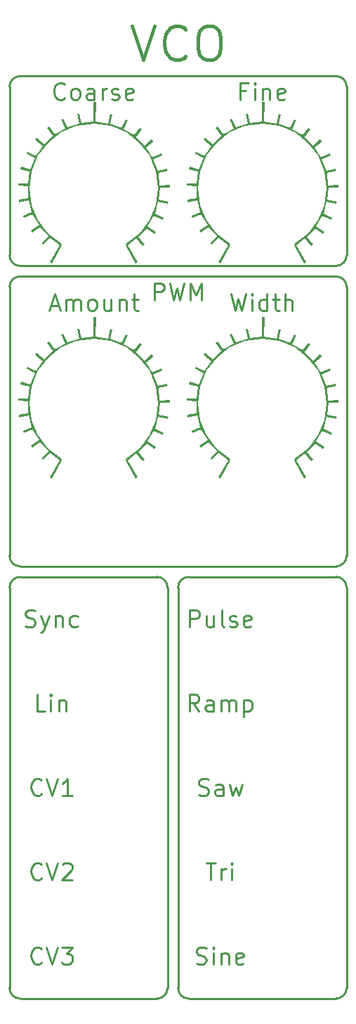
<source format=gbr>
G04 #@! TF.GenerationSoftware,KiCad,Pcbnew,(5.1.4-0-10_14)*
G04 #@! TF.CreationDate,2019-10-08T20:59:21-07:00*
G04 #@! TF.ProjectId,VCO_Front_Panel,56434f5f-4672-46f6-9e74-5f50616e656c,rev?*
G04 #@! TF.SameCoordinates,Original*
G04 #@! TF.FileFunction,Legend,Top*
G04 #@! TF.FilePolarity,Positive*
%FSLAX46Y46*%
G04 Gerber Fmt 4.6, Leading zero omitted, Abs format (unit mm)*
G04 Created by KiCad (PCBNEW (5.1.4-0-10_14)) date 2019-10-08 20:59:21*
%MOMM*%
%LPD*%
G04 APERTURE LIST*
%ADD10C,0.254000*%
%ADD11C,0.406400*%
%ADD12C,0.100000*%
G04 APERTURE END LIST*
D10*
X91415809Y-134807476D02*
X91706095Y-134904238D01*
X92189904Y-134904238D01*
X92383428Y-134807476D01*
X92480190Y-134710714D01*
X92576952Y-134517190D01*
X92576952Y-134323666D01*
X92480190Y-134130142D01*
X92383428Y-134033380D01*
X92189904Y-133936619D01*
X91802857Y-133839857D01*
X91609333Y-133743095D01*
X91512571Y-133646333D01*
X91415809Y-133452809D01*
X91415809Y-133259285D01*
X91512571Y-133065761D01*
X91609333Y-132969000D01*
X91802857Y-132872238D01*
X92286666Y-132872238D01*
X92576952Y-132969000D01*
X94318666Y-134904238D02*
X94318666Y-133839857D01*
X94221904Y-133646333D01*
X94028380Y-133549571D01*
X93641333Y-133549571D01*
X93447809Y-133646333D01*
X94318666Y-134807476D02*
X94125142Y-134904238D01*
X93641333Y-134904238D01*
X93447809Y-134807476D01*
X93351047Y-134613952D01*
X93351047Y-134420428D01*
X93447809Y-134226904D01*
X93641333Y-134130142D01*
X94125142Y-134130142D01*
X94318666Y-134033380D01*
X95092761Y-133549571D02*
X95479809Y-134904238D01*
X95866857Y-133936619D01*
X96253904Y-134904238D01*
X96640952Y-133549571D01*
X72450476Y-155030714D02*
X72353714Y-155127476D01*
X72063428Y-155224238D01*
X71869904Y-155224238D01*
X71579619Y-155127476D01*
X71386095Y-154933952D01*
X71289333Y-154740428D01*
X71192571Y-154353380D01*
X71192571Y-154063095D01*
X71289333Y-153676047D01*
X71386095Y-153482523D01*
X71579619Y-153289000D01*
X71869904Y-153192238D01*
X72063428Y-153192238D01*
X72353714Y-153289000D01*
X72450476Y-153385761D01*
X73031047Y-153192238D02*
X73708380Y-155224238D01*
X74385714Y-153192238D01*
X74869523Y-153192238D02*
X76127428Y-153192238D01*
X75450095Y-153966333D01*
X75740380Y-153966333D01*
X75933904Y-154063095D01*
X76030666Y-154159857D01*
X76127428Y-154353380D01*
X76127428Y-154837190D01*
X76030666Y-155030714D01*
X75933904Y-155127476D01*
X75740380Y-155224238D01*
X75159809Y-155224238D01*
X74966285Y-155127476D01*
X74869523Y-155030714D01*
X72450476Y-144870714D02*
X72353714Y-144967476D01*
X72063428Y-145064238D01*
X71869904Y-145064238D01*
X71579619Y-144967476D01*
X71386095Y-144773952D01*
X71289333Y-144580428D01*
X71192571Y-144193380D01*
X71192571Y-143903095D01*
X71289333Y-143516047D01*
X71386095Y-143322523D01*
X71579619Y-143129000D01*
X71869904Y-143032238D01*
X72063428Y-143032238D01*
X72353714Y-143129000D01*
X72450476Y-143225761D01*
X73031047Y-143032238D02*
X73708380Y-145064238D01*
X74385714Y-143032238D01*
X74966285Y-143225761D02*
X75063047Y-143129000D01*
X75256571Y-143032238D01*
X75740380Y-143032238D01*
X75933904Y-143129000D01*
X76030666Y-143225761D01*
X76127428Y-143419285D01*
X76127428Y-143612809D01*
X76030666Y-143903095D01*
X74869523Y-145064238D01*
X76127428Y-145064238D01*
X72450476Y-134710714D02*
X72353714Y-134807476D01*
X72063428Y-134904238D01*
X71869904Y-134904238D01*
X71579619Y-134807476D01*
X71386095Y-134613952D01*
X71289333Y-134420428D01*
X71192571Y-134033380D01*
X71192571Y-133743095D01*
X71289333Y-133356047D01*
X71386095Y-133162523D01*
X71579619Y-132969000D01*
X71869904Y-132872238D01*
X72063428Y-132872238D01*
X72353714Y-132969000D01*
X72450476Y-133065761D01*
X73031047Y-132872238D02*
X73708380Y-134904238D01*
X74385714Y-132872238D01*
X76127428Y-134904238D02*
X74966285Y-134904238D01*
X75546857Y-134904238D02*
X75546857Y-132872238D01*
X75353333Y-133162523D01*
X75159809Y-133356047D01*
X74966285Y-133452809D01*
X68580000Y-69850000D02*
X68580000Y-49530000D01*
X107950000Y-71120000D02*
X69850000Y-71120000D01*
X109220000Y-49530000D02*
X109220000Y-69850000D01*
X69850000Y-48260000D02*
X107950000Y-48260000D01*
X87630000Y-158115000D02*
X87630000Y-109855000D01*
X69850000Y-159385000D02*
X86360000Y-159385000D01*
X68580000Y-109855000D02*
X68580000Y-158115000D01*
X69850000Y-108585000D02*
X86360000Y-108585000D01*
X68580000Y-73660000D02*
X68580000Y-106045000D01*
X69850000Y-72390000D02*
X107950000Y-72390000D01*
X107950000Y-48260000D02*
G75*
G02X109220000Y-49530000I0J-1270000D01*
G01*
X69850000Y-71120000D02*
G75*
G02X68580000Y-69850000I0J1270000D01*
G01*
X68580000Y-49530000D02*
G75*
G02X69850000Y-48260000I1270000J0D01*
G01*
X109220000Y-69850000D02*
G75*
G02X107950000Y-71120000I-1270000J0D01*
G01*
X87630000Y-158115000D02*
G75*
G02X86360000Y-159385000I-1270000J0D01*
G01*
X107950000Y-72390000D02*
G75*
G02X109220000Y-73660000I0J-1270000D01*
G01*
X68580000Y-73660000D02*
G75*
G02X69850000Y-72390000I1270000J0D01*
G01*
X95286285Y-74452238D02*
X95770095Y-76484238D01*
X96157142Y-75032809D01*
X96544190Y-76484238D01*
X97028000Y-74452238D01*
X97802095Y-76484238D02*
X97802095Y-75129571D01*
X97802095Y-74452238D02*
X97705333Y-74549000D01*
X97802095Y-74645761D01*
X97898857Y-74549000D01*
X97802095Y-74452238D01*
X97802095Y-74645761D01*
X99640571Y-76484238D02*
X99640571Y-74452238D01*
X99640571Y-76387476D02*
X99447047Y-76484238D01*
X99060000Y-76484238D01*
X98866476Y-76387476D01*
X98769714Y-76290714D01*
X98672952Y-76097190D01*
X98672952Y-75516619D01*
X98769714Y-75323095D01*
X98866476Y-75226333D01*
X99060000Y-75129571D01*
X99447047Y-75129571D01*
X99640571Y-75226333D01*
X100317904Y-75129571D02*
X101092000Y-75129571D01*
X100608190Y-74452238D02*
X100608190Y-76193952D01*
X100704952Y-76387476D01*
X100898476Y-76484238D01*
X101092000Y-76484238D01*
X101769333Y-76484238D02*
X101769333Y-74452238D01*
X102640190Y-76484238D02*
X102640190Y-75419857D01*
X102543428Y-75226333D01*
X102349904Y-75129571D01*
X102059619Y-75129571D01*
X101866095Y-75226333D01*
X101769333Y-75323095D01*
X97076380Y-50019857D02*
X96399047Y-50019857D01*
X96399047Y-51084238D02*
X96399047Y-49052238D01*
X97366666Y-49052238D01*
X98140761Y-51084238D02*
X98140761Y-49729571D01*
X98140761Y-49052238D02*
X98044000Y-49149000D01*
X98140761Y-49245761D01*
X98237523Y-49149000D01*
X98140761Y-49052238D01*
X98140761Y-49245761D01*
X99108380Y-49729571D02*
X99108380Y-51084238D01*
X99108380Y-49923095D02*
X99205142Y-49826333D01*
X99398666Y-49729571D01*
X99688952Y-49729571D01*
X99882476Y-49826333D01*
X99979238Y-50019857D01*
X99979238Y-51084238D01*
X101720952Y-50987476D02*
X101527428Y-51084238D01*
X101140380Y-51084238D01*
X100946857Y-50987476D01*
X100850095Y-50793952D01*
X100850095Y-50019857D01*
X100946857Y-49826333D01*
X101140380Y-49729571D01*
X101527428Y-49729571D01*
X101720952Y-49826333D01*
X101817714Y-50019857D01*
X101817714Y-50213380D01*
X100850095Y-50406904D01*
X75208190Y-50890714D02*
X75111428Y-50987476D01*
X74821142Y-51084238D01*
X74627619Y-51084238D01*
X74337333Y-50987476D01*
X74143809Y-50793952D01*
X74047047Y-50600428D01*
X73950285Y-50213380D01*
X73950285Y-49923095D01*
X74047047Y-49536047D01*
X74143809Y-49342523D01*
X74337333Y-49149000D01*
X74627619Y-49052238D01*
X74821142Y-49052238D01*
X75111428Y-49149000D01*
X75208190Y-49245761D01*
X76369333Y-51084238D02*
X76175809Y-50987476D01*
X76079047Y-50890714D01*
X75982285Y-50697190D01*
X75982285Y-50116619D01*
X76079047Y-49923095D01*
X76175809Y-49826333D01*
X76369333Y-49729571D01*
X76659619Y-49729571D01*
X76853142Y-49826333D01*
X76949904Y-49923095D01*
X77046666Y-50116619D01*
X77046666Y-50697190D01*
X76949904Y-50890714D01*
X76853142Y-50987476D01*
X76659619Y-51084238D01*
X76369333Y-51084238D01*
X78788380Y-51084238D02*
X78788380Y-50019857D01*
X78691619Y-49826333D01*
X78498095Y-49729571D01*
X78111047Y-49729571D01*
X77917523Y-49826333D01*
X78788380Y-50987476D02*
X78594857Y-51084238D01*
X78111047Y-51084238D01*
X77917523Y-50987476D01*
X77820761Y-50793952D01*
X77820761Y-50600428D01*
X77917523Y-50406904D01*
X78111047Y-50310142D01*
X78594857Y-50310142D01*
X78788380Y-50213380D01*
X79756000Y-51084238D02*
X79756000Y-49729571D01*
X79756000Y-50116619D02*
X79852761Y-49923095D01*
X79949523Y-49826333D01*
X80143047Y-49729571D01*
X80336571Y-49729571D01*
X80917142Y-50987476D02*
X81110666Y-51084238D01*
X81497714Y-51084238D01*
X81691238Y-50987476D01*
X81788000Y-50793952D01*
X81788000Y-50697190D01*
X81691238Y-50503666D01*
X81497714Y-50406904D01*
X81207428Y-50406904D01*
X81013904Y-50310142D01*
X80917142Y-50116619D01*
X80917142Y-50019857D01*
X81013904Y-49826333D01*
X81207428Y-49729571D01*
X81497714Y-49729571D01*
X81691238Y-49826333D01*
X83432952Y-50987476D02*
X83239428Y-51084238D01*
X82852380Y-51084238D01*
X82658857Y-50987476D01*
X82562095Y-50793952D01*
X82562095Y-50019857D01*
X82658857Y-49826333D01*
X82852380Y-49729571D01*
X83239428Y-49729571D01*
X83432952Y-49826333D01*
X83529714Y-50019857D01*
X83529714Y-50213380D01*
X82562095Y-50406904D01*
D11*
X83384571Y-42224476D02*
X84739238Y-46288476D01*
X86093904Y-42224476D01*
X89770857Y-45901428D02*
X89577333Y-46094952D01*
X88996761Y-46288476D01*
X88609714Y-46288476D01*
X88029142Y-46094952D01*
X87642095Y-45707904D01*
X87448571Y-45320857D01*
X87255047Y-44546761D01*
X87255047Y-43966190D01*
X87448571Y-43192095D01*
X87642095Y-42805047D01*
X88029142Y-42418000D01*
X88609714Y-42224476D01*
X88996761Y-42224476D01*
X89577333Y-42418000D01*
X89770857Y-42611523D01*
X92286666Y-42224476D02*
X93060761Y-42224476D01*
X93447809Y-42418000D01*
X93834857Y-42805047D01*
X94028380Y-43579142D01*
X94028380Y-44933809D01*
X93834857Y-45707904D01*
X93447809Y-46094952D01*
X93060761Y-46288476D01*
X92286666Y-46288476D01*
X91899619Y-46094952D01*
X91512571Y-45707904D01*
X91319047Y-44933809D01*
X91319047Y-43579142D01*
X91512571Y-42805047D01*
X91899619Y-42418000D01*
X92286666Y-42224476D01*
D10*
X86045523Y-75214238D02*
X86045523Y-73182238D01*
X86819619Y-73182238D01*
X87013142Y-73279000D01*
X87109904Y-73375761D01*
X87206666Y-73569285D01*
X87206666Y-73859571D01*
X87109904Y-74053095D01*
X87013142Y-74149857D01*
X86819619Y-74246619D01*
X86045523Y-74246619D01*
X87884000Y-73182238D02*
X88367809Y-75214238D01*
X88754857Y-73762809D01*
X89141904Y-75214238D01*
X89625714Y-73182238D01*
X90399809Y-75214238D02*
X90399809Y-73182238D01*
X91077142Y-74633666D01*
X91754476Y-73182238D01*
X91754476Y-75214238D01*
X73563238Y-75903666D02*
X74530857Y-75903666D01*
X73369714Y-76484238D02*
X74047047Y-74452238D01*
X74724380Y-76484238D01*
X75401714Y-76484238D02*
X75401714Y-75129571D01*
X75401714Y-75323095D02*
X75498476Y-75226333D01*
X75692000Y-75129571D01*
X75982285Y-75129571D01*
X76175809Y-75226333D01*
X76272571Y-75419857D01*
X76272571Y-76484238D01*
X76272571Y-75419857D02*
X76369333Y-75226333D01*
X76562857Y-75129571D01*
X76853142Y-75129571D01*
X77046666Y-75226333D01*
X77143428Y-75419857D01*
X77143428Y-76484238D01*
X78401333Y-76484238D02*
X78207809Y-76387476D01*
X78111047Y-76290714D01*
X78014285Y-76097190D01*
X78014285Y-75516619D01*
X78111047Y-75323095D01*
X78207809Y-75226333D01*
X78401333Y-75129571D01*
X78691619Y-75129571D01*
X78885142Y-75226333D01*
X78981904Y-75323095D01*
X79078666Y-75516619D01*
X79078666Y-76097190D01*
X78981904Y-76290714D01*
X78885142Y-76387476D01*
X78691619Y-76484238D01*
X78401333Y-76484238D01*
X80820380Y-75129571D02*
X80820380Y-76484238D01*
X79949523Y-75129571D02*
X79949523Y-76193952D01*
X80046285Y-76387476D01*
X80239809Y-76484238D01*
X80530095Y-76484238D01*
X80723619Y-76387476D01*
X80820380Y-76290714D01*
X81788000Y-75129571D02*
X81788000Y-76484238D01*
X81788000Y-75323095D02*
X81884761Y-75226333D01*
X82078285Y-75129571D01*
X82368571Y-75129571D01*
X82562095Y-75226333D01*
X82658857Y-75419857D01*
X82658857Y-76484238D01*
X83336190Y-75129571D02*
X84110285Y-75129571D01*
X83626476Y-74452238D02*
X83626476Y-76193952D01*
X83723238Y-76387476D01*
X83916761Y-76484238D01*
X84110285Y-76484238D01*
X88900000Y-109855000D02*
G75*
G02X90170000Y-108585000I1270000J0D01*
G01*
X107950000Y-108585000D02*
G75*
G02X109220000Y-109855000I0J-1270000D01*
G01*
X107950000Y-108585000D02*
X90170000Y-108585000D01*
X91125523Y-155127476D02*
X91415809Y-155224238D01*
X91899619Y-155224238D01*
X92093142Y-155127476D01*
X92189904Y-155030714D01*
X92286666Y-154837190D01*
X92286666Y-154643666D01*
X92189904Y-154450142D01*
X92093142Y-154353380D01*
X91899619Y-154256619D01*
X91512571Y-154159857D01*
X91319047Y-154063095D01*
X91222285Y-153966333D01*
X91125523Y-153772809D01*
X91125523Y-153579285D01*
X91222285Y-153385761D01*
X91319047Y-153289000D01*
X91512571Y-153192238D01*
X91996380Y-153192238D01*
X92286666Y-153289000D01*
X93157523Y-155224238D02*
X93157523Y-153869571D01*
X93157523Y-153192238D02*
X93060761Y-153289000D01*
X93157523Y-153385761D01*
X93254285Y-153289000D01*
X93157523Y-153192238D01*
X93157523Y-153385761D01*
X94125142Y-153869571D02*
X94125142Y-155224238D01*
X94125142Y-154063095D02*
X94221904Y-153966333D01*
X94415428Y-153869571D01*
X94705714Y-153869571D01*
X94899238Y-153966333D01*
X94996000Y-154159857D01*
X94996000Y-155224238D01*
X96737714Y-155127476D02*
X96544190Y-155224238D01*
X96157142Y-155224238D01*
X95963619Y-155127476D01*
X95866857Y-154933952D01*
X95866857Y-154159857D01*
X95963619Y-153966333D01*
X96157142Y-153869571D01*
X96544190Y-153869571D01*
X96737714Y-153966333D01*
X96834476Y-154159857D01*
X96834476Y-154353380D01*
X95866857Y-154546904D01*
X92286666Y-143032238D02*
X93447809Y-143032238D01*
X92867238Y-145064238D02*
X92867238Y-143032238D01*
X94125142Y-145064238D02*
X94125142Y-143709571D01*
X94125142Y-144096619D02*
X94221904Y-143903095D01*
X94318666Y-143806333D01*
X94512190Y-143709571D01*
X94705714Y-143709571D01*
X95383047Y-145064238D02*
X95383047Y-143709571D01*
X95383047Y-143032238D02*
X95286285Y-143129000D01*
X95383047Y-143225761D01*
X95479809Y-143129000D01*
X95383047Y-143032238D01*
X95383047Y-143225761D01*
X91415809Y-124744238D02*
X90738476Y-123776619D01*
X90254666Y-124744238D02*
X90254666Y-122712238D01*
X91028761Y-122712238D01*
X91222285Y-122809000D01*
X91319047Y-122905761D01*
X91415809Y-123099285D01*
X91415809Y-123389571D01*
X91319047Y-123583095D01*
X91222285Y-123679857D01*
X91028761Y-123776619D01*
X90254666Y-123776619D01*
X93157523Y-124744238D02*
X93157523Y-123679857D01*
X93060761Y-123486333D01*
X92867238Y-123389571D01*
X92480190Y-123389571D01*
X92286666Y-123486333D01*
X93157523Y-124647476D02*
X92964000Y-124744238D01*
X92480190Y-124744238D01*
X92286666Y-124647476D01*
X92189904Y-124453952D01*
X92189904Y-124260428D01*
X92286666Y-124066904D01*
X92480190Y-123970142D01*
X92964000Y-123970142D01*
X93157523Y-123873380D01*
X94125142Y-124744238D02*
X94125142Y-123389571D01*
X94125142Y-123583095D02*
X94221904Y-123486333D01*
X94415428Y-123389571D01*
X94705714Y-123389571D01*
X94899238Y-123486333D01*
X94996000Y-123679857D01*
X94996000Y-124744238D01*
X94996000Y-123679857D02*
X95092761Y-123486333D01*
X95286285Y-123389571D01*
X95576571Y-123389571D01*
X95770095Y-123486333D01*
X95866857Y-123679857D01*
X95866857Y-124744238D01*
X96834476Y-123389571D02*
X96834476Y-125421571D01*
X96834476Y-123486333D02*
X97028000Y-123389571D01*
X97415047Y-123389571D01*
X97608571Y-123486333D01*
X97705333Y-123583095D01*
X97802095Y-123776619D01*
X97802095Y-124357190D01*
X97705333Y-124550714D01*
X97608571Y-124647476D01*
X97415047Y-124744238D01*
X97028000Y-124744238D01*
X96834476Y-124647476D01*
X90303047Y-114584238D02*
X90303047Y-112552238D01*
X91077142Y-112552238D01*
X91270666Y-112649000D01*
X91367428Y-112745761D01*
X91464190Y-112939285D01*
X91464190Y-113229571D01*
X91367428Y-113423095D01*
X91270666Y-113519857D01*
X91077142Y-113616619D01*
X90303047Y-113616619D01*
X93205904Y-113229571D02*
X93205904Y-114584238D01*
X92335047Y-113229571D02*
X92335047Y-114293952D01*
X92431809Y-114487476D01*
X92625333Y-114584238D01*
X92915619Y-114584238D01*
X93109142Y-114487476D01*
X93205904Y-114390714D01*
X94463809Y-114584238D02*
X94270285Y-114487476D01*
X94173523Y-114293952D01*
X94173523Y-112552238D01*
X95141142Y-114487476D02*
X95334666Y-114584238D01*
X95721714Y-114584238D01*
X95915238Y-114487476D01*
X96012000Y-114293952D01*
X96012000Y-114197190D01*
X95915238Y-114003666D01*
X95721714Y-113906904D01*
X95431428Y-113906904D01*
X95237904Y-113810142D01*
X95141142Y-113616619D01*
X95141142Y-113519857D01*
X95237904Y-113326333D01*
X95431428Y-113229571D01*
X95721714Y-113229571D01*
X95915238Y-113326333D01*
X97656952Y-114487476D02*
X97463428Y-114584238D01*
X97076380Y-114584238D01*
X96882857Y-114487476D01*
X96786095Y-114293952D01*
X96786095Y-113519857D01*
X96882857Y-113326333D01*
X97076380Y-113229571D01*
X97463428Y-113229571D01*
X97656952Y-113326333D01*
X97753714Y-113519857D01*
X97753714Y-113713380D01*
X96786095Y-113906904D01*
X109220000Y-158115000D02*
G75*
G02X107950000Y-159385000I-1270000J0D01*
G01*
X88900000Y-158115000D02*
X88900000Y-109855000D01*
X90170000Y-159385000D02*
X107950000Y-159385000D01*
X109220000Y-109855000D02*
X109220000Y-158115000D01*
X90170000Y-159385000D02*
G75*
G02X88900000Y-158115000I0J1270000D01*
G01*
X86360000Y-108585000D02*
G75*
G02X87630000Y-109855000I0J-1270000D01*
G01*
X69850000Y-159385000D02*
G75*
G02X68580000Y-158115000I0J1270000D01*
G01*
X68580000Y-109855000D02*
G75*
G02X69850000Y-108585000I1270000J0D01*
G01*
X69850000Y-107315000D02*
G75*
G02X68580000Y-106045000I0J1270000D01*
G01*
X69850000Y-107315000D02*
X107950000Y-107315000D01*
X109220000Y-106045000D02*
G75*
G02X107950000Y-107315000I-1270000J0D01*
G01*
X109220000Y-106045000D02*
X109220000Y-73660000D01*
X72885904Y-124744238D02*
X71918285Y-124744238D01*
X71918285Y-122712238D01*
X73563238Y-124744238D02*
X73563238Y-123389571D01*
X73563238Y-122712238D02*
X73466476Y-122809000D01*
X73563238Y-122905761D01*
X73660000Y-122809000D01*
X73563238Y-122712238D01*
X73563238Y-122905761D01*
X74530857Y-123389571D02*
X74530857Y-124744238D01*
X74530857Y-123583095D02*
X74627619Y-123486333D01*
X74821142Y-123389571D01*
X75111428Y-123389571D01*
X75304952Y-123486333D01*
X75401714Y-123679857D01*
X75401714Y-124744238D01*
X70515238Y-114487476D02*
X70805523Y-114584238D01*
X71289333Y-114584238D01*
X71482857Y-114487476D01*
X71579619Y-114390714D01*
X71676380Y-114197190D01*
X71676380Y-114003666D01*
X71579619Y-113810142D01*
X71482857Y-113713380D01*
X71289333Y-113616619D01*
X70902285Y-113519857D01*
X70708761Y-113423095D01*
X70612000Y-113326333D01*
X70515238Y-113132809D01*
X70515238Y-112939285D01*
X70612000Y-112745761D01*
X70708761Y-112649000D01*
X70902285Y-112552238D01*
X71386095Y-112552238D01*
X71676380Y-112649000D01*
X72353714Y-113229571D02*
X72837523Y-114584238D01*
X73321333Y-113229571D02*
X72837523Y-114584238D01*
X72644000Y-115068047D01*
X72547238Y-115164809D01*
X72353714Y-115261571D01*
X74095428Y-113229571D02*
X74095428Y-114584238D01*
X74095428Y-113423095D02*
X74192190Y-113326333D01*
X74385714Y-113229571D01*
X74676000Y-113229571D01*
X74869523Y-113326333D01*
X74966285Y-113519857D01*
X74966285Y-114584238D01*
X76804761Y-114487476D02*
X76611238Y-114584238D01*
X76224190Y-114584238D01*
X76030666Y-114487476D01*
X75933904Y-114390714D01*
X75837142Y-114197190D01*
X75837142Y-113616619D01*
X75933904Y-113423095D01*
X76030666Y-113326333D01*
X76224190Y-113229571D01*
X76611238Y-113229571D01*
X76804761Y-113326333D01*
D12*
G36*
X78726700Y-77266573D02*
G01*
X78700080Y-79613396D01*
X77246017Y-79855338D01*
X76996822Y-78672249D01*
X76723430Y-78730309D01*
X76967790Y-79901303D01*
X75569374Y-80339216D01*
X75085491Y-79267417D01*
X74829034Y-79381133D01*
X75325012Y-80472286D01*
X74028211Y-81166656D01*
X73348356Y-80261798D01*
X73123354Y-80428736D01*
X73793528Y-81316658D01*
X72782215Y-82390876D01*
X71867681Y-81609408D01*
X71686224Y-81822315D01*
X72591082Y-82594105D01*
X71766065Y-83803809D01*
X70718461Y-83249765D01*
X70587814Y-83496544D01*
X71649935Y-84060266D01*
X71040243Y-85398198D01*
X69951510Y-85098192D01*
X69876510Y-85369165D01*
X70950728Y-85661913D01*
X70810402Y-87128075D01*
X69605538Y-87070015D01*
X69591028Y-87350665D01*
X70783796Y-87408725D01*
X70858796Y-88870048D01*
X69695061Y-89070858D01*
X69743451Y-89346670D01*
X70924120Y-89143441D01*
X71260418Y-90575730D01*
X70220074Y-91001545D01*
X70326531Y-91260421D01*
X71359619Y-90837024D01*
X72133829Y-92087858D01*
X71151549Y-92774967D01*
X71311229Y-93004797D01*
X72281412Y-92327377D01*
X73251592Y-93425777D01*
X72445932Y-94301607D01*
X72651581Y-94490317D01*
X73466920Y-93602407D01*
X74601624Y-94536277D01*
X73420952Y-96583097D01*
X73665312Y-96723427D01*
X74904049Y-94577417D01*
X74783074Y-94507217D01*
X74850834Y-94386247D01*
X73217046Y-93127915D01*
X71998356Y-91528098D01*
X71234616Y-89683317D01*
X70965679Y-87690094D01*
X71231397Y-85644952D01*
X72023831Y-83740935D01*
X73253304Y-82149190D01*
X74837060Y-80933393D01*
X76692343Y-80157219D01*
X78736395Y-79884344D01*
X80780701Y-80157219D01*
X82636583Y-80933393D01*
X84221056Y-82149190D01*
X85451129Y-83740935D01*
X86243816Y-85644952D01*
X86509536Y-87690094D01*
X86240601Y-89683317D01*
X85476861Y-91528100D01*
X84258171Y-93127920D01*
X82624383Y-94386257D01*
X82692143Y-94507227D01*
X82571168Y-94577427D01*
X83809904Y-96723427D01*
X84051844Y-96583107D01*
X82871174Y-94538717D01*
X83853454Y-93728217D01*
X84649437Y-94640337D01*
X84859927Y-94456447D01*
X84071199Y-93551587D01*
X85087351Y-92499158D01*
X86028501Y-93188687D01*
X86193021Y-92963687D01*
X85234934Y-92257223D01*
X86006726Y-91011228D01*
X87056753Y-91470916D01*
X87168051Y-91214459D01*
X86156726Y-90769289D01*
X86505119Y-89336999D01*
X87685792Y-89569262D01*
X87741392Y-89295870D01*
X86570402Y-89066026D01*
X86710728Y-87604704D01*
X87888972Y-87578084D01*
X87880972Y-87299854D01*
X86683367Y-87328894D01*
X86543510Y-85865152D01*
X87651602Y-85589339D01*
X87583902Y-85318367D01*
X86514518Y-85582082D01*
X86514518Y-85572382D01*
X85907246Y-84239288D01*
X86988506Y-83702185D01*
X86865116Y-83450567D01*
X85790899Y-83985254D01*
X85021590Y-82741651D01*
X85931287Y-82001314D01*
X85754670Y-81783566D01*
X84830457Y-82536001D01*
X83821922Y-81466652D01*
X84530808Y-80571473D01*
X84310642Y-80399695D01*
X83625948Y-81263422D01*
X82326728Y-80566633D01*
X82851739Y-79482741D01*
X82600120Y-79359350D01*
X82079950Y-80431147D01*
X80703305Y-79935169D01*
X80974279Y-78783531D01*
X80703305Y-78718201D01*
X80427494Y-79889195D01*
X78978279Y-79647248D01*
X79007319Y-77271391D01*
X78726700Y-77266573D01*
X78726700Y-77266573D01*
G37*
G36*
X99046700Y-77266573D02*
G01*
X99020080Y-79613396D01*
X97566017Y-79855338D01*
X97316822Y-78672249D01*
X97043430Y-78730309D01*
X97287790Y-79901303D01*
X95889374Y-80339216D01*
X95405491Y-79267417D01*
X95149034Y-79381133D01*
X95645012Y-80472286D01*
X94348211Y-81166656D01*
X93668356Y-80261798D01*
X93443354Y-80428736D01*
X94113528Y-81316658D01*
X93102215Y-82390876D01*
X92187681Y-81609408D01*
X92006224Y-81822315D01*
X92911082Y-82594105D01*
X92086065Y-83803809D01*
X91038461Y-83249765D01*
X90907814Y-83496544D01*
X91969935Y-84060266D01*
X91360243Y-85398198D01*
X90271510Y-85098192D01*
X90196510Y-85369165D01*
X91270728Y-85661913D01*
X91130402Y-87128075D01*
X89925538Y-87070015D01*
X89911028Y-87350665D01*
X91103796Y-87408725D01*
X91178796Y-88870048D01*
X90015061Y-89070858D01*
X90063451Y-89346670D01*
X91244120Y-89143441D01*
X91580418Y-90575730D01*
X90540074Y-91001545D01*
X90646531Y-91260421D01*
X91679619Y-90837024D01*
X92453829Y-92087858D01*
X91471549Y-92774967D01*
X91631229Y-93004797D01*
X92601412Y-92327377D01*
X93571592Y-93425777D01*
X92765932Y-94301607D01*
X92971581Y-94490317D01*
X93786920Y-93602407D01*
X94921624Y-94536277D01*
X93740952Y-96583097D01*
X93985312Y-96723427D01*
X95224049Y-94577417D01*
X95103074Y-94507217D01*
X95170834Y-94386247D01*
X93537046Y-93127915D01*
X92318356Y-91528098D01*
X91554616Y-89683317D01*
X91285679Y-87690094D01*
X91551397Y-85644952D01*
X92343831Y-83740935D01*
X93573304Y-82149190D01*
X95157060Y-80933393D01*
X97012343Y-80157219D01*
X99056395Y-79884344D01*
X101100701Y-80157219D01*
X102956583Y-80933393D01*
X104541056Y-82149190D01*
X105771129Y-83740935D01*
X106563816Y-85644952D01*
X106829536Y-87690094D01*
X106560601Y-89683317D01*
X105796861Y-91528100D01*
X104578171Y-93127920D01*
X102944383Y-94386257D01*
X103012143Y-94507227D01*
X102891168Y-94577427D01*
X104129904Y-96723427D01*
X104371844Y-96583107D01*
X103191174Y-94538717D01*
X104173454Y-93728217D01*
X104969437Y-94640337D01*
X105179927Y-94456447D01*
X104391199Y-93551587D01*
X105407351Y-92499158D01*
X106348501Y-93188687D01*
X106513021Y-92963687D01*
X105554934Y-92257223D01*
X106326726Y-91011228D01*
X107376753Y-91470916D01*
X107488051Y-91214459D01*
X106476726Y-90769289D01*
X106825119Y-89336999D01*
X108005792Y-89569262D01*
X108061392Y-89295870D01*
X106890402Y-89066026D01*
X107030728Y-87604704D01*
X108208972Y-87578084D01*
X108200972Y-87299854D01*
X107003367Y-87328894D01*
X106863510Y-85865152D01*
X107971602Y-85589339D01*
X107903902Y-85318367D01*
X106834518Y-85582082D01*
X106834518Y-85572382D01*
X106227246Y-84239288D01*
X107308506Y-83702185D01*
X107185116Y-83450567D01*
X106110899Y-83985254D01*
X105341590Y-82741651D01*
X106251287Y-82001314D01*
X106074670Y-81783566D01*
X105150457Y-82536001D01*
X104141922Y-81466652D01*
X104850808Y-80571473D01*
X104630642Y-80399695D01*
X103945948Y-81263422D01*
X102646728Y-80566633D01*
X103171739Y-79482741D01*
X102920120Y-79359350D01*
X102399950Y-80431147D01*
X101023305Y-79935169D01*
X101294279Y-78783531D01*
X101023305Y-78718201D01*
X100747494Y-79889195D01*
X99298279Y-79647248D01*
X99327319Y-77271391D01*
X99046700Y-77266573D01*
X99046700Y-77266573D01*
G37*
G36*
X78726700Y-51358573D02*
G01*
X78700080Y-53705396D01*
X77246017Y-53947338D01*
X76996822Y-52764249D01*
X76723430Y-52822309D01*
X76967790Y-53993303D01*
X75569374Y-54431216D01*
X75085491Y-53359417D01*
X74829034Y-53473133D01*
X75325012Y-54564286D01*
X74028211Y-55258656D01*
X73348356Y-54353798D01*
X73123354Y-54520736D01*
X73793528Y-55408658D01*
X72782215Y-56482876D01*
X71867681Y-55701408D01*
X71686224Y-55914315D01*
X72591082Y-56686105D01*
X71766065Y-57895809D01*
X70718461Y-57341765D01*
X70587814Y-57588544D01*
X71649935Y-58152266D01*
X71040243Y-59490198D01*
X69951510Y-59190192D01*
X69876510Y-59461165D01*
X70950728Y-59753913D01*
X70810402Y-61220075D01*
X69605538Y-61162015D01*
X69591028Y-61442665D01*
X70783796Y-61500725D01*
X70858796Y-62962048D01*
X69695061Y-63162858D01*
X69743451Y-63438670D01*
X70924120Y-63235441D01*
X71260418Y-64667730D01*
X70220074Y-65093545D01*
X70326531Y-65352421D01*
X71359619Y-64929024D01*
X72133829Y-66179858D01*
X71151549Y-66866967D01*
X71311229Y-67096797D01*
X72281412Y-66419377D01*
X73251592Y-67517777D01*
X72445932Y-68393607D01*
X72651581Y-68582317D01*
X73466920Y-67694407D01*
X74601624Y-68628277D01*
X73420952Y-70675097D01*
X73665312Y-70815427D01*
X74904049Y-68669417D01*
X74783074Y-68599217D01*
X74850834Y-68478247D01*
X73217046Y-67219915D01*
X71998356Y-65620098D01*
X71234616Y-63775317D01*
X70965679Y-61782094D01*
X71231397Y-59736952D01*
X72023831Y-57832935D01*
X73253304Y-56241190D01*
X74837060Y-55025393D01*
X76692343Y-54249219D01*
X78736395Y-53976344D01*
X80780701Y-54249219D01*
X82636583Y-55025393D01*
X84221056Y-56241190D01*
X85451129Y-57832935D01*
X86243816Y-59736952D01*
X86509536Y-61782094D01*
X86240601Y-63775317D01*
X85476861Y-65620100D01*
X84258171Y-67219920D01*
X82624383Y-68478257D01*
X82692143Y-68599227D01*
X82571168Y-68669427D01*
X83809904Y-70815427D01*
X84051844Y-70675107D01*
X82871174Y-68630717D01*
X83853454Y-67820217D01*
X84649437Y-68732337D01*
X84859927Y-68548447D01*
X84071199Y-67643587D01*
X85087351Y-66591158D01*
X86028501Y-67280687D01*
X86193021Y-67055687D01*
X85234934Y-66349223D01*
X86006726Y-65103228D01*
X87056753Y-65562916D01*
X87168051Y-65306459D01*
X86156726Y-64861289D01*
X86505119Y-63428999D01*
X87685792Y-63661262D01*
X87741392Y-63387870D01*
X86570402Y-63158026D01*
X86710728Y-61696704D01*
X87888972Y-61670084D01*
X87880972Y-61391854D01*
X86683367Y-61420894D01*
X86543510Y-59957152D01*
X87651602Y-59681339D01*
X87583902Y-59410367D01*
X86514518Y-59674082D01*
X86514518Y-59664382D01*
X85907246Y-58331288D01*
X86988506Y-57794185D01*
X86865116Y-57542567D01*
X85790899Y-58077254D01*
X85021590Y-56833651D01*
X85931287Y-56093314D01*
X85754670Y-55875566D01*
X84830457Y-56628001D01*
X83821922Y-55558652D01*
X84530808Y-54663473D01*
X84310642Y-54491695D01*
X83625948Y-55355422D01*
X82326728Y-54658633D01*
X82851739Y-53574741D01*
X82600120Y-53451350D01*
X82079950Y-54523147D01*
X80703305Y-54027169D01*
X80974279Y-52875531D01*
X80703305Y-52810201D01*
X80427494Y-53981195D01*
X78978279Y-53739248D01*
X79007319Y-51363391D01*
X78726700Y-51358573D01*
X78726700Y-51358573D01*
G37*
G36*
X99046700Y-51358573D02*
G01*
X99020080Y-53705396D01*
X97566017Y-53947338D01*
X97316822Y-52764249D01*
X97043430Y-52822309D01*
X97287790Y-53993303D01*
X95889374Y-54431216D01*
X95405491Y-53359417D01*
X95149034Y-53473133D01*
X95645012Y-54564286D01*
X94348211Y-55258656D01*
X93668356Y-54353798D01*
X93443354Y-54520736D01*
X94113528Y-55408658D01*
X93102215Y-56482876D01*
X92187681Y-55701408D01*
X92006224Y-55914315D01*
X92911082Y-56686105D01*
X92086065Y-57895809D01*
X91038461Y-57341765D01*
X90907814Y-57588544D01*
X91969935Y-58152266D01*
X91360243Y-59490198D01*
X90271510Y-59190192D01*
X90196510Y-59461165D01*
X91270728Y-59753913D01*
X91130402Y-61220075D01*
X89925538Y-61162015D01*
X89911028Y-61442665D01*
X91103796Y-61500725D01*
X91178796Y-62962048D01*
X90015061Y-63162858D01*
X90063451Y-63438670D01*
X91244120Y-63235441D01*
X91580418Y-64667730D01*
X90540074Y-65093545D01*
X90646531Y-65352421D01*
X91679619Y-64929024D01*
X92453829Y-66179858D01*
X91471549Y-66866967D01*
X91631229Y-67096797D01*
X92601412Y-66419377D01*
X93571592Y-67517777D01*
X92765932Y-68393607D01*
X92971581Y-68582317D01*
X93786920Y-67694407D01*
X94921624Y-68628277D01*
X93740952Y-70675097D01*
X93985312Y-70815427D01*
X95224049Y-68669417D01*
X95103074Y-68599217D01*
X95170834Y-68478247D01*
X93537046Y-67219915D01*
X92318356Y-65620098D01*
X91554616Y-63775317D01*
X91285679Y-61782094D01*
X91551397Y-59736952D01*
X92343831Y-57832935D01*
X93573304Y-56241190D01*
X95157060Y-55025393D01*
X97012343Y-54249219D01*
X99056395Y-53976344D01*
X101100701Y-54249219D01*
X102956583Y-55025393D01*
X104541056Y-56241190D01*
X105771129Y-57832935D01*
X106563816Y-59736952D01*
X106829536Y-61782094D01*
X106560601Y-63775317D01*
X105796861Y-65620100D01*
X104578171Y-67219920D01*
X102944383Y-68478257D01*
X103012143Y-68599227D01*
X102891168Y-68669427D01*
X104129904Y-70815427D01*
X104371844Y-70675107D01*
X103191174Y-68630717D01*
X104173454Y-67820217D01*
X104969437Y-68732337D01*
X105179927Y-68548447D01*
X104391199Y-67643587D01*
X105407351Y-66591158D01*
X106348501Y-67280687D01*
X106513021Y-67055687D01*
X105554934Y-66349223D01*
X106326726Y-65103228D01*
X107376753Y-65562916D01*
X107488051Y-65306459D01*
X106476726Y-64861289D01*
X106825119Y-63428999D01*
X108005792Y-63661262D01*
X108061392Y-63387870D01*
X106890402Y-63158026D01*
X107030728Y-61696704D01*
X108208972Y-61670084D01*
X108200972Y-61391854D01*
X107003367Y-61420894D01*
X106863510Y-59957152D01*
X107971602Y-59681339D01*
X107903902Y-59410367D01*
X106834518Y-59674082D01*
X106834518Y-59664382D01*
X106227246Y-58331288D01*
X107308506Y-57794185D01*
X107185116Y-57542567D01*
X106110899Y-58077254D01*
X105341590Y-56833651D01*
X106251287Y-56093314D01*
X106074670Y-55875566D01*
X105150457Y-56628001D01*
X104141922Y-55558652D01*
X104850808Y-54663473D01*
X104630642Y-54491695D01*
X103945948Y-55355422D01*
X102646728Y-54658633D01*
X103171739Y-53574741D01*
X102920120Y-53451350D01*
X102399950Y-54523147D01*
X101023305Y-54027169D01*
X101294279Y-52875531D01*
X101023305Y-52810201D01*
X100747494Y-53981195D01*
X99298279Y-53739248D01*
X99327319Y-51363391D01*
X99046700Y-51358573D01*
X99046700Y-51358573D01*
G37*
M02*

</source>
